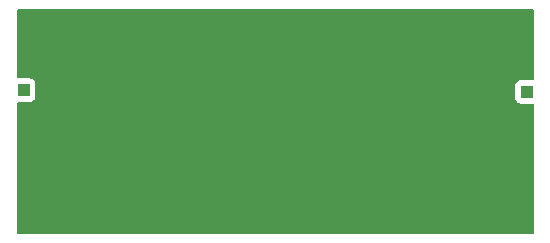
<source format=gbr>
%TF.GenerationSoftware,KiCad,Pcbnew,8.0.8*%
%TF.CreationDate,2025-06-16T12:41:12-07:00*%
%TF.ProjectId,lmr51635,6c6d7235-3136-4333-952e-6b696361645f,rev?*%
%TF.SameCoordinates,Original*%
%TF.FileFunction,Copper,L4,Bot*%
%TF.FilePolarity,Positive*%
%FSLAX46Y46*%
G04 Gerber Fmt 4.6, Leading zero omitted, Abs format (unit mm)*
G04 Created by KiCad (PCBNEW 8.0.8) date 2025-06-16 12:41:12*
%MOMM*%
%LPD*%
G01*
G04 APERTURE LIST*
%TA.AperFunction,ComponentPad*%
%ADD10R,1.000000X1.000000*%
%TD*%
%TA.AperFunction,ComponentPad*%
%ADD11C,0.700000*%
%TD*%
%TA.AperFunction,ComponentPad*%
%ADD12C,4.400000*%
%TD*%
%TA.AperFunction,ViaPad*%
%ADD13C,0.600000*%
%TD*%
G04 APERTURE END LIST*
D10*
%TO.P,,1,Pin_1*%
%TO.N,GND*%
X144880000Y-116490000D03*
%TD*%
%TO.P,,1,Pin_1*%
%TO.N,GND*%
X102260000Y-116410000D03*
%TD*%
D11*
%TO.P,H2,1,1*%
%TO.N,GND*%
X102350000Y-121000000D03*
X102833274Y-119833274D03*
X102833274Y-122166726D03*
X104000000Y-119350000D03*
D12*
X104000000Y-121000000D03*
D11*
X104000000Y-122650000D03*
X105166726Y-119833274D03*
X105166726Y-122166726D03*
X105650000Y-121000000D03*
%TD*%
D10*
%TO.P,,1,Pin_1*%
%TO.N,VIN*%
X102280000Y-111360000D03*
%TD*%
D11*
%TO.P,H1,1,1*%
%TO.N,GND*%
X102350000Y-106850000D03*
X102833274Y-105683274D03*
X102833274Y-108016726D03*
X104000000Y-105200000D03*
D12*
X104000000Y-106850000D03*
D11*
X104000000Y-108500000D03*
X105166726Y-105683274D03*
X105166726Y-108016726D03*
X105650000Y-106850000D03*
%TD*%
D10*
%TO.P,,1,Pin_1*%
%TO.N,+10V*%
X144900000Y-111480000D03*
%TD*%
D11*
%TO.P,H4,1,1*%
%TO.N,GND*%
X141350000Y-106800000D03*
X141833274Y-105633274D03*
X141833274Y-107966726D03*
X143000000Y-105150000D03*
D12*
X143000000Y-106800000D03*
D11*
X143000000Y-108450000D03*
X144166726Y-105633274D03*
X144166726Y-107966726D03*
X144650000Y-106800000D03*
%TD*%
%TO.P,H3,1,1*%
%TO.N,GND*%
X141383274Y-121166726D03*
X141866548Y-120000000D03*
X141866548Y-122333452D03*
X143033274Y-119516726D03*
D12*
X143033274Y-121166726D03*
D11*
X143033274Y-122816726D03*
X144200000Y-120000000D03*
X144200000Y-122333452D03*
X144683274Y-121166726D03*
%TD*%
D13*
%TO.N,GND*%
X133450000Y-113970000D03*
X110330000Y-107250000D03*
X109480000Y-108980000D03*
X110330000Y-108140000D03*
X108570000Y-108960000D03*
X108570000Y-107230000D03*
X123620000Y-121330000D03*
X132510000Y-113990000D03*
X123620000Y-122220000D03*
X109480000Y-107250000D03*
X124470000Y-123060000D03*
X122710000Y-122200000D03*
X124470000Y-121330000D03*
X108570000Y-108120000D03*
X122710000Y-123040000D03*
X109480000Y-108140000D03*
X131500000Y-113990000D03*
X122710000Y-121310000D03*
X110330000Y-108980000D03*
X123620000Y-123060000D03*
X124470000Y-122220000D03*
%TD*%
%TA.AperFunction,Conductor*%
%TO.N,GND*%
G36*
X145442539Y-104520185D02*
G01*
X145488294Y-104572989D01*
X145499500Y-104624500D01*
X145499500Y-110355500D01*
X145479815Y-110422539D01*
X145427011Y-110468294D01*
X145375500Y-110479500D01*
X144352129Y-110479500D01*
X144352123Y-110479501D01*
X144292516Y-110485908D01*
X144157671Y-110536202D01*
X144157664Y-110536206D01*
X144042455Y-110622452D01*
X144042452Y-110622455D01*
X143956206Y-110737664D01*
X143956202Y-110737671D01*
X143905908Y-110872517D01*
X143899501Y-110932116D01*
X143899500Y-110932135D01*
X143899500Y-112027870D01*
X143899501Y-112027876D01*
X143905908Y-112087483D01*
X143956202Y-112222328D01*
X143956206Y-112222335D01*
X144042452Y-112337544D01*
X144042455Y-112337547D01*
X144157664Y-112423793D01*
X144157671Y-112423797D01*
X144292517Y-112474091D01*
X144292516Y-112474091D01*
X144299444Y-112474835D01*
X144352127Y-112480500D01*
X145375500Y-112480499D01*
X145442539Y-112500183D01*
X145488294Y-112552987D01*
X145499500Y-112604499D01*
X145499500Y-123375500D01*
X145479815Y-123442539D01*
X145427011Y-123488294D01*
X145375500Y-123499500D01*
X101824500Y-123499500D01*
X101757461Y-123479815D01*
X101711706Y-123427011D01*
X101700500Y-123375500D01*
X101700500Y-112484499D01*
X101720185Y-112417460D01*
X101772989Y-112371705D01*
X101824495Y-112360499D01*
X102827872Y-112360499D01*
X102887483Y-112354091D01*
X103022331Y-112303796D01*
X103137546Y-112217546D01*
X103223796Y-112102331D01*
X103274091Y-111967483D01*
X103280500Y-111907873D01*
X103280499Y-110812128D01*
X103274091Y-110752517D01*
X103268551Y-110737664D01*
X103223797Y-110617671D01*
X103223793Y-110617664D01*
X103137547Y-110502455D01*
X103137544Y-110502452D01*
X103022335Y-110416206D01*
X103022328Y-110416202D01*
X102887482Y-110365908D01*
X102887483Y-110365908D01*
X102827883Y-110359501D01*
X102827881Y-110359500D01*
X102827873Y-110359500D01*
X102827865Y-110359500D01*
X101824500Y-110359500D01*
X101757461Y-110339815D01*
X101711706Y-110287011D01*
X101700500Y-110235500D01*
X101700500Y-104624500D01*
X101720185Y-104557461D01*
X101772989Y-104511706D01*
X101824500Y-104500500D01*
X145375500Y-104500500D01*
X145442539Y-104520185D01*
G37*
%TD.AperFunction*%
%TD*%
M02*

</source>
